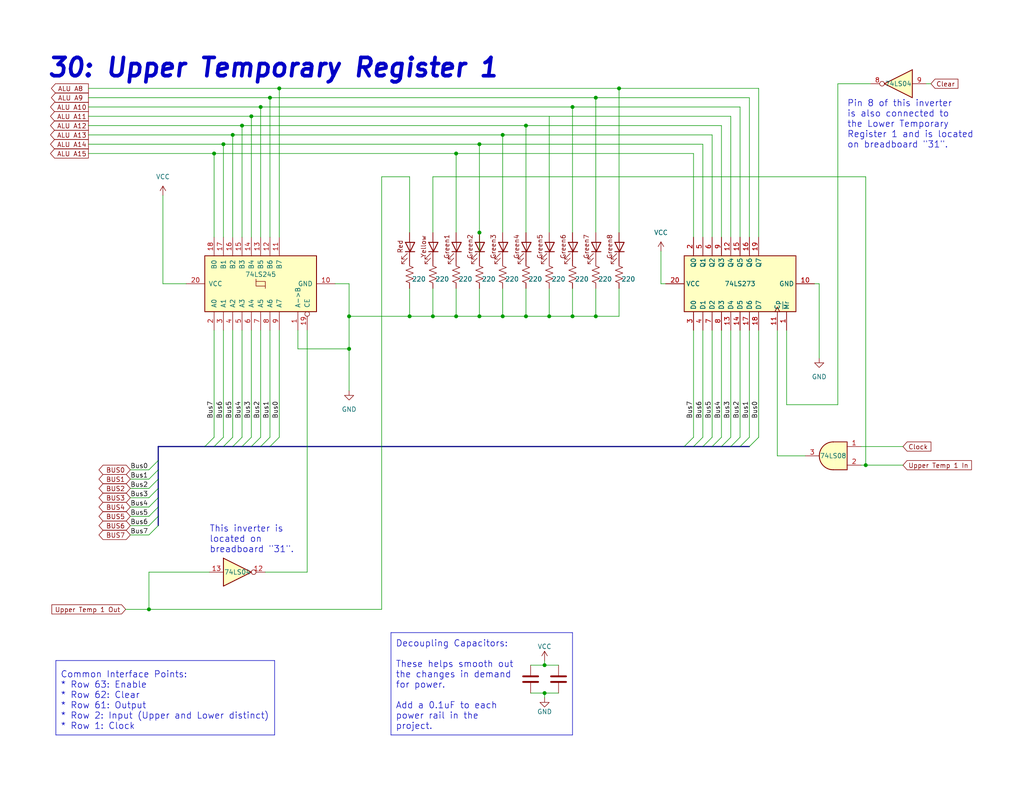
<source format=kicad_sch>
(kicad_sch (version 20211123) (generator eeschema)
  (paper "USLetter")
  (title_block (title "30: Upper Temporary Register 1") (date "2022-02-20") (rev "1.1") (comment 1 "74LS04 is located on board \"31\" and shared with this board") (comment 2 "74LS08 is located on this board and shared with borad \"31\"") (comment 3 "The board for this schematic is located in Column 3") (comment 4 "The board for this schematic is located in Row 0"))
  (lib_symbols
    (symbol "74xx:74LS04"
      (property "Reference" "U" (at 0 1.27 0))
      (property "Value" "74LS04" (at 0 -1.27 0))
      (symbol "74LS04_1_0"
        (polyline (pts (xy -3.81 3.81) (xy -3.81 -3.81) (xy 3.81 0) (xy -3.81 3.81)) (stroke (width 0.254)) (fill (type background)))
        (pin input line (at -7.62 0 0) (length 3.81) (name "~") (number "1"))
        (pin output inverted (at 7.62 0 180) (length 3.81) (name "~") (number "2"))
      )
      (symbol "74LS04_2_0"
        (polyline (pts (xy -3.81 3.81) (xy -3.81 -3.81) (xy 3.81 0) (xy -3.81 3.81)) (stroke (width 0.254)) (fill (type background)))
        (pin input line (at -7.62 0 0) (length 3.81) (name "~") (number "3"))
        (pin output inverted (at 7.62 0 180) (length 3.81) (name "~") (number "4"))
      )
      (symbol "74LS04_3_0"
        (polyline (pts (xy -3.81 3.81) (xy -3.81 -3.81) (xy 3.81 0) (xy -3.81 3.81)) (stroke (width 0.254)) (fill (type background)))
        (pin input line (at -7.62 0 0) (length 3.81) (name "~") (number "5"))
        (pin output inverted (at 7.62 0 180) (length 3.81) (name "~") (number "6"))
      )
      (symbol "74LS04_4_0"
        (polyline (pts (xy -3.81 3.81) (xy -3.81 -3.81) (xy 3.81 0) (xy -3.81 3.81)) (stroke (width 0.254)) (fill (type background)))
        (pin output inverted (at 7.62 0 180) (length 3.81) (name "~") (number "8"))
        (pin input line (at -7.62 0 0) (length 3.81) (name "~") (number "9"))
      )
      (symbol "74LS04_5_0"
        (polyline (pts (xy -3.81 3.81) (xy -3.81 -3.81) (xy 3.81 0) (xy -3.81 3.81)) (stroke (width 0.254)) (fill (type background)))
        (pin output inverted (at 7.62 0 180) (length 3.81) (name "~") (number "10"))
        (pin input line (at -7.62 0 0) (length 3.81) (name "~") (number "11"))
      )
      (symbol "74LS04_6_0"
        (polyline (pts (xy -3.81 3.81) (xy -3.81 -3.81) (xy 3.81 0) (xy -3.81 3.81)) (stroke (width 0.254)) (fill (type background)))
        (pin output inverted (at 7.62 0 180) (length 3.81) (name "~") (number "12"))
        (pin input line (at -7.62 0 0) (length 3.81) (name "~") (number "13"))
      )
      (symbol "74LS04_7_0"
        (pin power_in line (at 0 12.7 270) (length 5.08) (name "VCC") (number "14"))
        (pin power_in line (at 0 -12.7 90) (length 5.08) (name "GND") (number "7"))
      )
      (symbol "74LS04_7_1"
        (rectangle (start -5.08 7.62) (end 5.08 -7.62) (stroke (width 0.254)) (fill (type background)))
      )
    )
    (symbol "74xx:74LS08" (pin_names (offset 1.016))
      (property "Reference" "U" (at 0 1.27 0))
      (property "Value" "74LS08" (at 0 -1.27 0))
      (symbol "74LS08_1_1"
        (arc (start 0 -3.81) (mid 3.81 0) (end 0 3.81) (stroke (width 0.254)) (fill (type background)))
        (polyline (pts (xy 0 3.81) (xy -3.81 3.81) (xy -3.81 -3.81) (xy 0 -3.81)) (stroke (width 0.254)) (fill (type background)))
        (pin input line (at -7.62 2.54 0) (length 3.81) (name "~") (number "1"))
        (pin input line (at -7.62 -2.54 0) (length 3.81) (name "~") (number "2"))
        (pin output line (at 7.62 0 180) (length 3.81) (name "~") (number "3"))
      )
      (symbol "74LS08_1_2"
        (arc (start -3.81 -3.81) (mid -2.589 0) (end -3.81 3.81) (stroke (width 0.254)))
        (arc (start -0.6096 -3.81) (mid 2.1855 -2.584) (end 3.81 0) (stroke (width 0.254)) (fill (type background)))
        (polyline (pts (xy -3.81 -3.81) (xy -0.635 -3.81)) (stroke (width 0.254)) (fill (type background)))
        (polyline (pts (xy -3.81 3.81) (xy -0.635 3.81)) (stroke (width 0.254)) (fill (type background)))
        (polyline (pts (xy -0.635 3.81) (xy -3.81 3.81) (xy -3.81 3.81) (xy -3.556 3.4036) (xy -3.0226 2.2606) (xy -2.6924 1.0414) (xy -2.6162 -0.254) (xy -2.7686 -1.4986) (xy -3.175 -2.7178) (xy -3.81 -3.81) (xy -3.81 -3.81) (xy -0.635 -3.81)) (stroke (width -25.4)) (fill (type background)))
        (arc (start 3.81 0) (mid 2.1928 2.5925) (end -0.6096 3.81) (stroke (width 0.254)) (fill (type background)))
        (pin input inverted (at -7.62 2.54 0) (length 4.318) (name "~") (number "1"))
        (pin input inverted (at -7.62 -2.54 0) (length 4.318) (name "~") (number "2"))
        (pin output inverted (at 7.62 0 180) (length 3.81) (name "~") (number "3"))
      )
      (symbol "74LS08_2_1"
        (arc (start 0 -3.81) (mid 3.81 0) (end 0 3.81) (stroke (width 0.254)) (fill (type background)))
        (polyline (pts (xy 0 3.81) (xy -3.81 3.81) (xy -3.81 -3.81) (xy 0 -3.81)) (stroke (width 0.254)) (fill (type background)))
        (pin input line (at -7.62 2.54 0) (length 3.81) (name "~") (number "4"))
        (pin input line (at -7.62 -2.54 0) (length 3.81) (name "~") (number "5"))
        (pin output line (at 7.62 0 180) (length 3.81) (name "~") (number "6"))
      )
      (symbol "74LS08_2_2"
        (arc (start -3.81 -3.81) (mid -2.589 0) (end -3.81 3.81) (stroke (width 0.254)))
        (arc (start -0.6096 -3.81) (mid 2.1855 -2.584) (end 3.81 0) (stroke (width 0.254)) (fill (type background)))
        (polyline (pts (xy -3.81 -3.81) (xy -0.635 -3.81)) (stroke (width 0.254)) (fill (type background)))
        (polyline (pts (xy -3.81 3.81) (xy -0.635 3.81)) (stroke (width 0.254)) (fill (type background)))
        (polyline (pts (xy -0.635 3.81) (xy -3.81 3.81) (xy -3.81 3.81) (xy -3.556 3.4036) (xy -3.0226 2.2606) (xy -2.6924 1.0414) (xy -2.6162 -0.254) (xy -2.7686 -1.4986) (xy -3.175 -2.7178) (xy -3.81 -3.81) (xy -3.81 -3.81) (xy -0.635 -3.81)) (stroke (width -25.4)) (fill (type background)))
        (arc (start 3.81 0) (mid 2.1928 2.5925) (end -0.6096 3.81) (stroke (width 0.254)) (fill (type background)))
        (pin input inverted (at -7.62 2.54 0) (length 4.318) (name "~") (number "4"))
        (pin input inverted (at -7.62 -2.54 0) (length 4.318) (name "~") (number "5"))
        (pin output inverted (at 7.62 0 180) (length 3.81) (name "~") (number "6"))
      )
      (symbol "74LS08_3_1"
        (arc (start 0 -3.81) (mid 3.81 0) (end 0 3.81) (stroke (width 0.254)) (fill (type background)))
        (polyline (pts (xy 0 3.81) (xy -3.81 3.81) (xy -3.81 -3.81) (xy 0 -3.81)) (stroke (width 0.254)) (fill (type background)))
        (pin input line (at -7.62 -2.54 0) (length 3.81) (name "~") (number "10"))
        (pin output line (at 7.62 0 180) (length 3.81) (name "~") (number "8"))
        (pin input line (at -7.62 2.54 0) (length 3.81) (name "~") (number "9"))
      )
      (symbol "74LS08_3_2"
        (arc (start -3.81 -3.81) (mid -2.589 0) (end -3.81 3.81) (stroke (width 0.254)))
        (arc (start -0.6096 -3.81) (mid 2.1855 -2.584) (end 3.81 0) (stroke (width 0.254)) (fill (type background)))
        (polyline (pts (xy -3.81 -3.81) (xy -0.635 -3.81)) (stroke (width 0.254)) (fill (type background)))
        (polyline (pts (xy -3.81 3.81) (xy -0.635 3.81)) (stroke (width 0.254)) (fill (type background)))
        (polyline (pts (xy -0.635 3.81) (xy -3.81 3.81) (xy -3.81 3.81) (xy -3.556 3.4036) (xy -3.0226 2.2606) (xy -2.6924 1.0414) (xy -2.6162 -0.254) (xy -2.7686 -1.4986) (xy -3.175 -2.7178) (xy -3.81 -3.81) (xy -3.81 -3.81) (xy -0.635 -3.81)) (stroke (width -25.4)) (fill (type background)))
        (arc (start 3.81 0) (mid 2.1928 2.5925) (end -0.6096 3.81) (stroke (width 0.254)) (fill (type background)))
        (pin input inverted (at -7.62 -2.54 0) (length 4.318) (name "~") (number "10"))
        (pin output inverted (at 7.62 0 180) (length 3.81) (name "~") (number "8"))
        (pin input inverted (at -7.62 2.54 0) (length 4.318) (name "~") (number "9"))
      )
      (symbol "74LS08_4_1"
        (arc (start 0 -3.81) (mid 3.81 0) (end 0 3.81) (stroke (width 0.254)) (fill (type background)))
        (polyline (pts (xy 0 3.81) (xy -3.81 3.81) (xy -3.81 -3.81) (xy 0 -3.81)) (stroke (width 0.254)) (fill (type background)))
        (pin output line (at 7.62 0 180) (length 3.81) (name "~") (number "11"))
        (pin input line (at -7.62 2.54 0) (length 3.81) (name "~") (number "12"))
        (pin input line (at -7.62 -2.54 0) (length 3.81) (name "~") (number "13"))
      )
      (symbol "74LS08_4_2"
        (arc (start -3.81 -3.81) (mid -2.589 0) (end -3.81 3.81) (stroke (width 0.254)))
        (arc (start -0.6096 -3.81) (mid 2.1855 -2.584) (end 3.81 0) (stroke (width 0.254)) (fill (type background)))
        (polyline (pts (xy -3.81 -3.81) (xy -0.635 -3.81)) (stroke (width 0.254)) (fill (type background)))
        (polyline (pts (xy -3.81 3.81) (xy -0.635 3.81)) (stroke (width 0.254)) (fill (type background)))
        (polyline (pts (xy -0.635 3.81) (xy -3.81 3.81) (xy -3.81 3.81) (xy -3.556 3.4036) (xy -3.0226 2.2606) (xy -2.6924 1.0414) (xy -2.6162 -0.254) (xy -2.7686 -1.4986) (xy -3.175 -2.7178) (xy -3.81 -3.81) (xy -3.81 -3.81) (xy -0.635 -3.81)) (stroke (width -25.4)) (fill (type background)))
        (arc (start 3.81 0) (mid 2.1928 2.5925) (end -0.6096 3.81) (stroke (width 0.254)) (fill (type background)))
        (pin output inverted (at 7.62 0 180) (length 3.81) (name "~") (number "11"))
        (pin input inverted (at -7.62 2.54 0) (length 4.318) (name "~") (number "12"))
        (pin input inverted (at -7.62 -2.54 0) (length 4.318) (name "~") (number "13"))
      )
      (symbol "74LS08_5_0"
        (pin power_in line (at 0 12.7 270) (length 5.08) (name "VCC") (number "14"))
        (pin power_in line (at 0 -12.7 90) (length 5.08) (name "GND") (number "7"))
      )
      (symbol "74LS08_5_1"
        (rectangle (start -5.08 7.62) (end 5.08 -7.62) (stroke (width 0.254)) (fill (type background)))
      )
    )
    (symbol "74xx:74LS245" (pin_names (offset 1.016))
      (property "Reference" "U" (at -7.62 16.51 0))
      (property "Value" "74LS245" (at -7.62 -16.51 0))
      (symbol "74LS245_1_0"
        (polyline (pts (xy -0.635 -1.27) (xy -0.635 1.27) (xy 0.635 1.27)))
        (polyline (pts (xy -1.27 -1.27) (xy 0.635 -1.27) (xy 0.635 1.27) (xy 1.27 1.27)))
        (pin input line (at -12.7 -10.16 0) (length 5.08) (name "A->B") (number "1"))
        (pin power_in line (at 0 -20.32 90) (length 5.08) (name "GND") (number "10"))
        (pin tri_state line (at 12.7 -5.08 180) (length 5.08) (name "B7") (number "11"))
        (pin tri_state line (at 12.7 -2.54 180) (length 5.08) (name "B6") (number "12"))
        (pin tri_state line (at 12.7 0 180) (length 5.08) (name "B5") (number "13"))
        (pin tri_state line (at 12.7 2.54 180) (length 5.08) (name "B4") (number "14"))
        (pin tri_state line (at 12.7 5.08 180) (length 5.08) (name "B3") (number "15"))
        (pin tri_state line (at 12.7 7.62 180) (length 5.08) (name "B2") (number "16"))
        (pin tri_state line (at 12.7 10.16 180) (length 5.08) (name "B1") (number "17"))
        (pin tri_state line (at 12.7 12.7 180) (length 5.08) (name "B0") (number "18"))
        (pin input inverted (at -12.7 -12.7 0) (length 5.08) (name "CE") (number "19"))
        (pin tri_state line (at -12.7 12.7 0) (length 5.08) (name "A0") (number "2"))
        (pin power_in line (at 0 20.32 270) (length 5.08) (name "VCC") (number "20"))
        (pin tri_state line (at -12.7 10.16 0) (length 5.08) (name "A1") (number "3"))
        (pin tri_state line (at -12.7 7.62 0) (length 5.08) (name "A2") (number "4"))
        (pin tri_state line (at -12.7 5.08 0) (length 5.08) (name "A3") (number "5"))
        (pin tri_state line (at -12.7 2.54 0) (length 5.08) (name "A4") (number "6"))
        (pin tri_state line (at -12.7 0 0) (length 5.08) (name "A5") (number "7"))
        (pin tri_state line (at -12.7 -2.54 0) (length 5.08) (name "A6") (number "8"))
        (pin tri_state line (at -12.7 -5.08 0) (length 5.08) (name "A7") (number "9"))
      )
      (symbol "74LS245_1_1"
        (rectangle (start -7.62 15.24) (end 7.62 -15.24) (stroke (width 0.254)) (fill (type background)))
      )
    )
    (symbol "74xx:74LS273"
      (property "Reference" "U" (at -7.62 16.51 0))
      (property "Value" "74LS273" (at -7.62 -16.51 0))
      (symbol "74LS273_1_0"
        (pin input line (at -12.7 -12.7 0) (length 5.08) (name "~{Mr}") (number "1"))
        (pin power_in line (at 0 -20.32 90) (length 5.08) (name "GND") (number "10"))
        (pin input clock (at -12.7 -10.16 0) (length 5.08) (name "Cp") (number "11"))
        (pin output line (at 12.7 2.54 180) (length 5.08) (name "Q4") (number "12"))
        (pin input line (at -12.7 2.54 0) (length 5.08) (name "D4") (number "13"))
        (pin input line (at -12.7 0 0) (length 5.08) (name "D5") (number "14"))
        (pin output line (at 12.7 0 180) (length 5.08) (name "Q5") (number "15"))
        (pin output line (at 12.7 -2.54 180) (length 5.08) (name "Q6") (number "16"))
        (pin input line (at -12.7 -2.54 0) (length 5.08) (name "D6") (number "17"))
        (pin input line (at -12.7 -5.08 0) (length 5.08) (name "D7") (number "18"))
        (pin output line (at 12.7 -5.08 180) (length 5.08) (name "Q7") (number "19"))
        (pin output line (at 12.7 12.7 180) (length 5.08) (name "Q0") (number "2"))
        (pin power_in line (at 0 20.32 270) (length 5.08) (name "VCC") (number "20"))
        (pin input line (at -12.7 12.7 0) (length 5.08) (name "D0") (number "3"))
        (pin input line (at -12.7 10.16 0) (length 5.08) (name "D1") (number "4"))
        (pin output line (at 12.7 10.16 180) (length 5.08) (name "Q1") (number "5"))
        (pin output line (at 12.7 7.62 180) (length 5.08) (name "Q2") (number "6"))
        (pin input line (at -12.7 7.62 0) (length 5.08) (name "D2") (number "7"))
        (pin input line (at -12.7 5.08 0) (length 5.08) (name "D3") (number "8"))
        (pin output line (at 12.7 5.08 180) (length 5.08) (name "Q3") (number "9"))
      )
      (symbol "74LS273_1_1"
        (rectangle (start -7.62 15.24) (end 7.62 -15.24) (stroke (width 0.254)) (fill (type background)))
      )
    )
    (symbol "Device:C" (pin_numbers hide) (pin_names (offset 0.254))
      (property "Reference" "C" (at 0.635 2.54 0))
      (property "Value" "C" (at 0.635 -2.54 0))
      (symbol "C_0_1"
        (polyline (pts (xy -2.032 -0.762) (xy 2.032 -0.762)) (stroke (width 0.508)))
        (polyline (pts (xy -2.032 0.762) (xy 2.032 0.762)) (stroke (width 0.508)))
      )
      (symbol "C_1_1"
        (pin passive line (at 0 3.81 270) (length 2.794) (name "~") (number "1"))
        (pin passive line (at 0 -3.81 90) (length 2.794) (name "~") (number "2"))
      )
    )
    (symbol "Device:R_US" (pin_numbers hide) (pin_names (offset 0))
      (property "Reference" "R" (at 2.54 0 90))
      (property "Value" "R_US" (at -2.54 0 90))
      (symbol "R_US_0_1"
        (polyline (pts (xy 0 -2.286) (xy 0 -2.54)))
        (polyline (pts (xy 0 2.286) (xy 0 2.54)))
        (polyline (pts (xy 0 -0.762) (xy 1.016 -1.143) (xy 0 -1.524) (xy -1.016 -1.905) (xy 0 -2.286)))
        (polyline (pts (xy 0 0.762) (xy 1.016 0.381) (xy 0 0) (xy -1.016 -0.381) (xy 0 -0.762)))
        (polyline (pts (xy 0 2.286) (xy 1.016 1.905) (xy 0 1.524) (xy -1.016 1.143) (xy 0 0.762)))
      )
      (symbol "R_US_1_1"
        (pin passive line (at 0 3.81 270) (length 1.27) (name "~") (number "1"))
        (pin passive line (at 0 -3.81 90) (length 1.27) (name "~") (number "2"))
      )
    )
    (symbol "SB1R1Y8G:SB1R1Y8G_LED"
      (symbol "SB1R1Y8G_LED_0_0"
        (text "" (at 0.635 0 900) (effects (font (size 1.27 1.27))))
        (text "" (at 1.27 -15.24 0) (effects (font (size 1.27 1.27))))
      )
      (symbol "SB1R1Y8G_LED_0_1"
        (polyline (pts (xy -1.397 -0.127) (xy 1.143 -0.127)))
        (polyline (pts (xy -1.397 1.143) (xy -1.397 -1.397)) (stroke (width 0.254)))
        (polyline (pts (xy 1.143 1.143) (xy 1.143 -1.397) (xy -1.397 -0.127) (xy 1.143 1.143)) (stroke (width 0.254)))
        (polyline (pts (xy -3.175 0.635) (xy -4.699 2.159) (xy -3.937 2.159) (xy -4.699 2.159) (xy -4.699 1.397)))
        (polyline (pts (xy -1.905 0.635) (xy -3.429 2.159) (xy -2.667 2.159) (xy -3.429 2.159) (xy -3.429 1.397)))
      )
      (symbol "SB1R1Y8G_LED_1_0"
        (text "Red" (at 0 2.54 0) (effects (font (size 1.27 1.27))))
      )
      (symbol "SB1R1Y8G_LED_1_1"
        (pin passive line (at -3.81 0 0) (length 2.54) (name "") (number "1"))
        (pin passive line (at 3.81 0 180) (length 2.54) (name "") (number "11"))
      )
      (symbol "SB1R1Y8G_LED_2_0"
        (text "Yellow" (at 0 2.54 0) (effects (font (size 1.27 1.27))))
      )
      (symbol "SB1R1Y8G_LED_2_1"
        (pin passive line (at 3.81 0 180) (length 2.54) (name "") (number "12"))
        (pin passive line (at -3.81 0 0) (length 2.54) (name "") (number "2"))
      )
      (symbol "SB1R1Y8G_LED_3_0"
        (text "Green1" (at 0 2.54 0) (effects (font (size 1.27 1.27))))
      )
      (symbol "SB1R1Y8G_LED_3_1"
        (pin passive line (at 3.81 0 180) (length 2.54) (name "") (number "13"))
        (pin passive line (at -3.81 0 0) (length 2.54) (name "") (number "3"))
      )
      (symbol "SB1R1Y8G_LED_4_0"
        (text "Green2" (at 0 2.54 0) (effects (font (size 1.27 1.27))))
      )
      (symbol "SB1R1Y8G_LED_4_1"
        (pin passive line (at 3.81 0 180) (length 2.54) (name "") (number "14"))
        (pin passive line (at -3.81 0 0) (length 2.54) (name "") (number "4"))
      )
      (symbol "SB1R1Y8G_LED_5_0"
        (text "Green3" (at 0 2.54 0) (effects (font (size 1.27 1.27))))
      )
      (symbol "SB1R1Y8G_LED_5_1"
        (pin passive line (at 3.81 0 180) (length 2.54) (name "") (number "15"))
        (pin passive line (at -3.81 0 0) (length 2.54) (name "") (number "5"))
      )
      (symbol "SB1R1Y8G_LED_6_0"
        (text "Green4" (at 0 2.54 0) (effects (font (size 1.27 1.27))))
      )
      (symbol "SB1R1Y8G_LED_6_1"
        (pin passive line (at 3.81 0 180) (length 2.54) (name "") (number "16"))
        (pin passive line (at -3.81 0 0) (length 2.54) (name "") (number "6"))
      )
      (symbol "SB1R1Y8G_LED_7_0"
        (text "Green5" (at 0 2.54 0) (effects (font (size 1.27 1.27))))
      )
      (symbol "SB1R1Y8G_LED_7_1"
        (pin passive line (at 3.81 0 180) (length 2.54) (name "") (number "17"))
        (pin passive line (at -3.81 0 0) (length 2.54) (name "") (number "7"))
      )
      (symbol "SB1R1Y8G_LED_8_0"
        (text "Green6" (at 0 2.54 0) (effects (font (size 1.27 1.27))))
      )
      (symbol "SB1R1Y8G_LED_8_1"
        (pin passive line (at 3.81 0 180) (length 2.54) (name "") (number "18"))
        (pin passive line (at -3.81 0 0) (length 2.54) (name "") (number "8"))
      )
      (symbol "SB1R1Y8G_LED_9_0"
        (text "Green7" (at 0 2.54 0) (effects (font (size 1.27 1.27))))
      )
      (symbol "SB1R1Y8G_LED_9_1"
        (pin passive line (at 3.81 0 180) (length 2.54) (name "") (number "19"))
        (pin passive line (at -3.81 0 0) (length 2.54) (name "") (number "9"))
      )
      (symbol "SB1R1Y8G_LED_10_0"
        (text "Green8" (at 0 2.54 0) (effects (font (size 1.27 1.27))))
      )
      (symbol "SB1R1Y8G_LED_10_1"
        (pin passive line (at 3.81 0 180) (length 2.54) (name "") (number "10"))
        (pin passive line (at -3.81 0 0) (length 2.54) (name "") (number "20"))
      )
    )
    (symbol "power:GND" (power) (pin_names (offset 0))
      (property "Value" "GND" (at 0 -3.81 0))
      (symbol "GND_0_1"
        (polyline (pts (xy 0 0) (xy 0 -1.27) (xy 1.27 -1.27) (xy 0 -2.54) (xy -1.27 -1.27) (xy 0 -1.27)))
      )
      (symbol "GND_1_1"
        (pin power_in line (at 0 0 270) (length 0) hide (name "GND") (number "1"))
      )
    )
    (symbol "power:VCC" (power) (pin_names (offset 0))
      (property "Value" "VCC" (at 0 3.81 0))
      (symbol "VCC_0_1"
        (polyline (pts (xy -0.762 1.27) (xy 0 2.54)))
        (polyline (pts (xy 0 0) (xy 0 2.54)))
        (polyline (pts (xy 0 2.54) (xy 0.762 1.27)))
      )
      (symbol "VCC_1_1"
        (pin power_in line (at 0 0 90) (length 0) hide (name "VCC") (number "1"))
      )
    )
  )
  (junction (at 148.59 189.23))
  (junction (at 124.46 41.91))
  (junction (at 63.5 36.83))
  (junction (at 156.21 86.36))
  (junction (at 156.21 29.21))
  (junction (at 60.96 39.37))
  (junction (at 73.66 26.67))
  (junction (at 76.2 24.13))
  (junction (at 148.59 181.61))
  (junction (at 137.16 36.83))
  (junction (at 40.64 166.37))
  (junction (at 162.56 26.67))
  (junction (at 236.22 127))
  (junction (at 130.81 63.5))
  (junction (at 130.81 86.36))
  (junction (at 111.76 86.36))
  (junction (at 68.58 31.75))
  (junction (at 143.51 86.36))
  (junction (at 95.25 95.25))
  (junction (at 130.81 39.37))
  (junction (at 137.16 86.36))
  (junction (at 124.46 86.36))
  (junction (at 143.51 34.29))
  (junction (at 71.12 29.21))
  (junction (at 95.25 86.36))
  (junction (at 58.42 41.91))
  (junction (at 66.04 34.29))
  (junction (at 118.11 86.36))
  (junction (at 149.86 86.36))
  (junction (at 168.91 24.13))
  (junction (at 162.56 86.36))
  (bus_entry (at 63.5 119.38) (size -2.54 2.54))
  (bus_entry (at 73.66 119.38) (size -2.54 2.54))
  (bus_entry (at 68.58 119.38) (size -2.54 2.54))
  (bus_entry (at 71.12 119.38) (size -2.54 2.54))
  (bus_entry (at 66.04 119.38) (size -2.54 2.54))
  (bus_entry (at 60.96 119.38) (size -2.54 2.54))
  (bus_entry (at 58.42 119.38) (size -2.54 2.54))
  (bus_entry (at 76.2 119.38) (size -2.54 2.54))
  (bus_entry (at 40.64 143.51) (size 2.54 -2.54))
  (bus_entry (at 40.64 140.97) (size 2.54 -2.54))
  (bus_entry (at 40.64 133.35) (size 2.54 -2.54))
  (bus_entry (at 189.23 119.38) (size -2.54 2.54))
  (bus_entry (at 199.39 119.38) (size -2.54 2.54))
  (bus_entry (at 40.64 146.05) (size 2.54 -2.54))
  (bus_entry (at 194.31 119.38) (size -2.54 2.54))
  (bus_entry (at 40.64 128.27) (size 2.54 -2.54))
  (bus_entry (at 40.64 138.43) (size 2.54 -2.54))
  (bus_entry (at 201.93 119.38) (size -2.54 2.54))
  (bus_entry (at 40.64 130.81) (size 2.54 -2.54))
  (bus_entry (at 207.01 119.38) (size -2.54 2.54))
  (bus_entry (at 40.64 135.89) (size 2.54 -2.54))
  (bus_entry (at 191.77 119.38) (size -2.54 2.54))
  (bus_entry (at 204.47 119.38) (size -2.54 2.54))
  (bus_entry (at 196.85 119.38) (size -2.54 2.54))
  (wire (pts (xy 130.81 86.36) (xy 124.46 86.36)))
  (bus (pts (xy 186.69 121.92) (xy 189.23 121.92)))
  (wire (pts (xy 35.56 140.97) (xy 40.64 140.97)))
  (wire (pts (xy 199.39 90.17) (xy 199.39 119.38)))
  (bus (pts (xy 43.18 121.92) (xy 43.18 125.73)))
  (wire (pts (xy 66.04 34.29) (xy 66.04 64.77)))
  (wire (pts (xy 24.13 39.37) (xy 60.96 39.37)))
  (wire (pts (xy 60.96 39.37) (xy 60.96 64.77)))
  (wire (pts (xy 137.16 36.83) (xy 63.5 36.83)))
  (wire (pts (xy 66.04 90.17) (xy 66.04 119.38)))
  (bus (pts (xy 194.31 121.92) (xy 196.85 121.92)))
  (wire (pts (xy 40.64 156.21) (xy 40.64 166.37)))
  (wire (pts (xy 207.01 24.13) (xy 168.91 24.13)))
  (wire (pts (xy 95.25 95.25) (xy 95.25 106.68)))
  (wire (pts (xy 168.91 86.36) (xy 162.56 86.36)))
  (wire (pts (xy 201.93 64.77) (xy 201.93 29.21)))
  (wire (pts (xy 168.91 24.13) (xy 76.2 24.13)))
  (bus (pts (xy 63.5 121.92) (xy 66.04 121.92)))
  (wire (pts (xy 236.22 127) (xy 246.38 127)))
  (wire (pts (xy 63.5 90.17) (xy 63.5 119.38)))
  (wire (pts (xy 143.51 34.29) (xy 66.04 34.29)))
  (wire (pts (xy 149.86 78.74) (xy 149.86 86.36)))
  (wire (pts (xy 35.56 130.81) (xy 40.64 130.81)))
  (wire (pts (xy 148.59 181.61) (xy 152.4 181.61)))
  (wire (pts (xy 214.63 110.49) (xy 214.63 90.17)))
  (wire (pts (xy 180.34 68.58) (xy 180.34 77.47)))
  (wire (pts (xy 73.66 90.17) (xy 73.66 119.38)))
  (wire (pts (xy 207.01 90.17) (xy 207.01 119.38)))
  (polyline (pts (xy 15.24 180.34) (xy 15.24 200.66)) (stroke (width 0) (type solid)))
  (wire (pts (xy 196.85 64.77) (xy 196.85 34.29)))
  (wire (pts (xy 234.95 121.92) (xy 246.38 121.92)))
  (wire (pts (xy 168.91 78.74) (xy 168.91 86.36)))
  (wire (pts (xy 223.52 77.47) (xy 223.52 97.79)))
  (wire (pts (xy 222.25 77.47) (xy 223.52 77.47)))
  (bus (pts (xy 73.66 121.92) (xy 186.69 121.92)))
  (bus (pts (xy 58.42 121.92) (xy 60.96 121.92)))
  (wire (pts (xy 130.81 78.74) (xy 130.81 86.36)))
  (wire (pts (xy 137.16 36.83) (xy 137.16 63.5)))
  (wire (pts (xy 191.77 39.37) (xy 130.81 39.37)))
  (wire (pts (xy 194.31 64.77) (xy 194.31 36.83)))
  (wire (pts (xy 44.45 53.34) (xy 44.45 77.47)))
  (wire (pts (xy 156.21 29.21) (xy 71.12 29.21)))
  (wire (pts (xy 194.31 90.17) (xy 194.31 119.38)))
  (wire (pts (xy 81.28 95.25) (xy 95.25 95.25)))
  (wire (pts (xy 35.56 138.43) (xy 40.64 138.43)))
  (wire (pts (xy 189.23 41.91) (xy 124.46 41.91)))
  (bus (pts (xy 60.96 121.92) (xy 63.5 121.92)))
  (wire (pts (xy 148.59 189.23) (xy 152.4 189.23)))
  (wire (pts (xy 91.44 77.47) (xy 95.25 77.47)))
  (wire (pts (xy 156.21 86.36) (xy 149.86 86.36)))
  (wire (pts (xy 111.76 78.74) (xy 111.76 86.36)))
  (wire (pts (xy 68.58 31.75) (xy 68.58 64.77)))
  (bus (pts (xy 55.88 121.92) (xy 58.42 121.92)))
  (wire (pts (xy 58.42 41.91) (xy 58.42 64.77)))
  (polyline (pts (xy 106.68 172.72) (xy 156.21 172.72)) (stroke (width 0) (type solid)))
  (wire (pts (xy 143.51 78.74) (xy 143.51 86.36)))
  (bus (pts (xy 71.12 121.92) (xy 73.66 121.92)))
  (wire (pts (xy 35.56 135.89) (xy 40.64 135.89)))
  (wire (pts (xy 234.95 127) (xy 236.22 127)))
  (wire (pts (xy 124.46 78.74) (xy 124.46 86.36)))
  (wire (pts (xy 201.93 90.17) (xy 201.93 119.38)))
  (bus (pts (xy 43.18 130.81) (xy 43.18 133.35)))
  (wire (pts (xy 156.21 78.74) (xy 156.21 86.36)))
  (wire (pts (xy 104.14 48.26) (xy 104.14 166.37)))
  (wire (pts (xy 137.16 86.36) (xy 130.81 86.36)))
  (wire (pts (xy 118.11 86.36) (xy 111.76 86.36)))
  (wire (pts (xy 148.59 189.23) (xy 148.59 190.5)))
  (wire (pts (xy 111.76 48.26) (xy 111.76 63.5)))
  (wire (pts (xy 83.82 90.17) (xy 83.82 156.21)))
  (wire (pts (xy 162.56 78.74) (xy 162.56 86.36)))
  (wire (pts (xy 201.93 29.21) (xy 156.21 29.21)))
  (polyline (pts (xy 15.24 180.34) (xy 74.93 180.34)) (stroke (width 0) (type solid)))
  (wire (pts (xy 71.12 90.17) (xy 71.12 119.38)))
  (wire (pts (xy 130.81 39.37) (xy 130.81 63.5)))
  (wire (pts (xy 148.59 180.34) (xy 148.59 181.61)))
  (wire (pts (xy 228.6 22.86) (xy 228.6 110.49)))
  (wire (pts (xy 143.51 86.36) (xy 137.16 86.36)))
  (wire (pts (xy 104.14 166.37) (xy 40.64 166.37)))
  (wire (pts (xy 60.96 90.17) (xy 60.96 119.38)))
  (bus (pts (xy 68.58 121.92) (xy 71.12 121.92)))
  (wire (pts (xy 130.81 63.5) (xy 130.81 69.85)))
  (wire (pts (xy 104.14 48.26) (xy 111.76 48.26)))
  (wire (pts (xy 156.21 29.21) (xy 156.21 63.5)))
  (wire (pts (xy 35.56 128.27) (xy 40.64 128.27)))
  (bus (pts (xy 66.04 121.92) (xy 68.58 121.92)))
  (wire (pts (xy 24.13 34.29) (xy 66.04 34.29)))
  (bus (pts (xy 55.88 121.92) (xy 43.18 121.92)))
  (wire (pts (xy 162.56 86.36) (xy 156.21 86.36)))
  (wire (pts (xy 168.91 24.13) (xy 168.91 63.5)))
  (wire (pts (xy 76.2 90.17) (xy 76.2 119.38)))
  (wire (pts (xy 162.56 26.67) (xy 73.66 26.67)))
  (wire (pts (xy 180.34 77.47) (xy 181.61 77.47)))
  (wire (pts (xy 71.12 29.21) (xy 71.12 64.77)))
  (polyline (pts (xy 74.93 200.66) (xy 15.24 200.66)) (stroke (width 0) (type solid)))
  (wire (pts (xy 196.85 34.29) (xy 143.51 34.29)))
  (wire (pts (xy 130.81 39.37) (xy 60.96 39.37)))
  (wire (pts (xy 35.56 143.51) (xy 40.64 143.51)))
  (wire (pts (xy 212.09 124.46) (xy 212.09 90.17)))
  (bus (pts (xy 43.18 133.35) (xy 43.18 135.89)))
  (wire (pts (xy 24.13 41.91) (xy 58.42 41.91)))
  (wire (pts (xy 219.71 124.46) (xy 212.09 124.46)))
  (bus (pts (xy 189.23 121.92) (xy 191.77 121.92)))
  (wire (pts (xy 144.78 189.23) (xy 148.59 189.23)))
  (wire (pts (xy 191.77 90.17) (xy 191.77 119.38)))
  (wire (pts (xy 34.29 166.37) (xy 40.64 166.37)))
  (wire (pts (xy 24.13 36.83) (xy 63.5 36.83)))
  (wire (pts (xy 68.58 31.75) (xy 199.39 31.75)))
  (wire (pts (xy 68.58 90.17) (xy 68.58 119.38)))
  (wire (pts (xy 118.11 48.26) (xy 236.22 48.26)))
  (wire (pts (xy 162.56 26.67) (xy 162.56 63.5)))
  (wire (pts (xy 24.13 24.13) (xy 76.2 24.13)))
  (wire (pts (xy 40.64 156.21) (xy 57.15 156.21)))
  (polyline (pts (xy 156.21 172.72) (xy 156.21 200.66)) (stroke (width 0) (type solid)))
  (wire (pts (xy 189.23 90.17) (xy 189.23 119.38)))
  (bus (pts (xy 201.93 121.92) (xy 204.47 121.92)))
  (wire (pts (xy 189.23 64.77) (xy 189.23 41.91)))
  (bus (pts (xy 43.18 128.27) (xy 43.18 130.81)))
  (bus (pts (xy 199.39 121.92) (xy 201.93 121.92)))
  (wire (pts (xy 44.45 77.47) (xy 50.8 77.47)))
  (bus (pts (xy 43.18 140.97) (xy 43.18 143.51)))
  (wire (pts (xy 149.86 86.36) (xy 143.51 86.36)))
  (wire (pts (xy 191.77 64.77) (xy 191.77 39.37)))
  (wire (pts (xy 24.13 29.21) (xy 71.12 29.21)))
  (wire (pts (xy 228.6 22.86) (xy 237.49 22.86)))
  (wire (pts (xy 137.16 78.74) (xy 137.16 86.36)))
  (wire (pts (xy 83.82 156.21) (xy 72.39 156.21)))
  (wire (pts (xy 63.5 36.83) (xy 63.5 64.77)))
  (wire (pts (xy 204.47 90.17) (xy 204.47 119.38)))
  (polyline (pts (xy 106.68 172.72) (xy 106.68 200.66)) (stroke (width 0) (type solid)))
  (wire (pts (xy 81.28 90.17) (xy 81.28 95.25)))
  (wire (pts (xy 199.39 64.77) (xy 199.39 31.75)))
  (wire (pts (xy 143.51 34.29) (xy 143.51 63.5)))
  (wire (pts (xy 124.46 86.36) (xy 118.11 86.36)))
  (wire (pts (xy 35.56 133.35) (xy 40.64 133.35)))
  (wire (pts (xy 35.56 146.05) (xy 40.64 146.05)))
  (wire (pts (xy 124.46 41.91) (xy 58.42 41.91)))
  (wire (pts (xy 252.73 22.86) (xy 254 22.86)))
  (wire (pts (xy 73.66 26.67) (xy 73.66 64.77)))
  (wire (pts (xy 194.31 36.83) (xy 137.16 36.83)))
  (bus (pts (xy 191.77 121.92) (xy 194.31 121.92)))
  (wire (pts (xy 149.86 31.75) (xy 149.86 63.5)))
  (bus (pts (xy 43.18 135.89) (xy 43.18 138.43)))
  (polyline (pts (xy 156.21 200.66) (xy 106.68 200.66)) (stroke (width 0) (type solid)))
  (wire (pts (xy 144.78 181.61) (xy 148.59 181.61)))
  (wire (pts (xy 111.76 86.36) (xy 95.25 86.36)))
  (wire (pts (xy 236.22 48.26) (xy 236.22 127)))
  (wire (pts (xy 204.47 64.77) (xy 204.47 26.67)))
  (wire (pts (xy 95.25 86.36) (xy 95.25 95.25)))
  (wire (pts (xy 95.25 77.47) (xy 95.25 86.36)))
  (wire (pts (xy 76.2 24.13) (xy 76.2 64.77)))
  (bus (pts (xy 43.18 138.43) (xy 43.18 140.97)))
  (wire (pts (xy 24.13 26.67) (xy 73.66 26.67)))
  (bus (pts (xy 196.85 121.92) (xy 199.39 121.92)))
  (wire (pts (xy 204.47 26.67) (xy 162.56 26.67)))
  (wire (pts (xy 207.01 64.77) (xy 207.01 24.13)))
  (wire (pts (xy 228.6 110.49) (xy 214.63 110.49)))
  (wire (pts (xy 58.42 90.17) (xy 58.42 119.38)))
  (polyline (pts (xy 74.93 180.34) (xy 74.93 200.66)) (stroke (width 0) (type solid)))
  (bus (pts (xy 43.18 125.73) (xy 43.18 128.27)))
  (wire (pts (xy 124.46 41.91) (xy 124.46 63.5)))
  (wire (pts (xy 118.11 63.5) (xy 118.11 48.26)))
  (wire (pts (xy 196.85 90.17) (xy 196.85 119.38)))
  (wire (pts (xy 118.11 78.74) (xy 118.11 86.36)))
  (wire (pts (xy 24.13 31.75) (xy 68.58 31.75)))
  (text "This inverter is \nlocated on \nbreadboard \"31\"." (at 57.15 151.13 0) (effects (font (size 1.75 1.75)) (justify left bottom)))
  (text " 30: Upper Temporary Register 1" (at 8.89 21.59 0) (effects (font (size 5 5) (thickness 1) bold italic) (justify left bottom)))
  (text "Common Interface Points:\n* Row 63: Enable\n* Row 62: Clear\n* Row 61: Output\n* Row 2: Input (Upper and Lower distinct)\n* Row 1: Clock" (at 16.51 199.39 0) (effects (font (size 1.75 1.75)) (justify left bottom)))
  (text "Pin 8 of this inverter \nis also connected to \nthe Lower Temporary \nRegister 1 and is located \non breadboard \"31\"." (at 231.14 40.64 0) (effects (font (size 1.75 1.75)) (justify left bottom)))
  (text "Decoupling Capacitors:\n\nThese helps smooth out \nthe changes in demand \nfor power.\n\nAdd a 0.1uF to each \npower rail in the \nproject." (at 107.95 199.39 0) (effects (font (size 1.75 1.75)) (justify left bottom)))
  (label "Bus0" (at 35.56 128.27 0))
  (label "Bus5" (at 194.31 114.3 90))
  (label "Bus2" (at 71.12 114.3 90))
  (label "Bus7" (at 58.42 114.3 90))
  (label "Bus0" (at 207.01 114.3 90))
  (label "Bus6" (at 191.77 114.3 90))
  (label "Bus6" (at 60.96 114.3 90))
  (label "Bus6" (at 35.56 143.51 0))
  (label "Bus4" (at 196.85 114.3 90))
  (label "Bus3" (at 199.39 114.3 90))
  (label "Bus1" (at 73.66 114.3 90))
  (label "Bus2" (at 35.56 133.35 0))
  (label "Bus3" (at 68.58 114.3 90))
  (label "Bus3" (at 35.56 135.89 0))
  (label "Bus4" (at 35.56 138.43 0))
  (label "Bus1" (at 204.47 114.3 90))
  (label "Bus2" (at 201.93 114.3 90))
  (label "Bus4" (at 66.04 114.3 90))
  (label "Bus7" (at 35.56 146.05 0))
  (label "Bus0" (at 76.2 114.3 90))
  (label "Bus7" (at 189.23 114.3 90))
  (label "Bus5" (at 63.5 114.3 90))
  (label "Bus5" (at 35.56 140.97 0))
  (label "Bus1" (at 35.56 130.81 0))
  (global_label "ALU A15" (shape output) (at 24.13 41.91 180) (property "Intersheet References" "${INTERSHEET_REFS}" (effects hide)))
  (global_label "Clear" (shape input) (at 254 22.86 0) (property "Intersheet References" "${INTERSHEET_REFS}" (effects hide)))
  (global_label "ALU A12" (shape output) (at 24.13 34.29 180) (property "Intersheet References" "${INTERSHEET_REFS}" (effects hide)))
  (global_label "ALU A13" (shape output) (at 24.13 36.83 180) (property "Intersheet References" "${INTERSHEET_REFS}" (effects hide)))
  (global_label "BUS2" (shape bidirectional) (at 35.56 133.35 180) (property "Intersheet References" "${INTERSHEET_REFS}" (effects hide)))
  (global_label "Upper Temp 1 Out" (shape input) (at 34.29 166.37 180) (property "Intersheet References" "${INTERSHEET_REFS}" (effects hide)))
  (global_label "ALU A9 " (shape output) (at 24.13 26.67 180) (property "Intersheet References" "${INTERSHEET_REFS}" (effects hide)))
  (global_label "ALU A11" (shape output) (at 24.13 31.75 180) (property "Intersheet References" "${INTERSHEET_REFS}" (effects hide)))
  (global_label "Clock" (shape input) (at 246.38 121.92 0) (property "Intersheet References" "${INTERSHEET_REFS}" (effects hide)))
  (global_label "BUS6" (shape bidirectional) (at 35.56 143.51 180) (property "Intersheet References" "${INTERSHEET_REFS}" (effects hide)))
  (global_label "BUS5" (shape bidirectional) (at 35.56 140.97 180) (property "Intersheet References" "${INTERSHEET_REFS}" (effects hide)))
  (global_label "BUS3" (shape bidirectional) (at 35.56 135.89 180) (property "Intersheet References" "${INTERSHEET_REFS}" (effects hide)))
  (global_label "ALU A8 " (shape output) (at 24.13 24.13 180) (property "Intersheet References" "${INTERSHEET_REFS}" (effects hide)))
  (global_label "Upper Temp 1 In" (shape input) (at 246.38 127 0) (property "Intersheet References" "${INTERSHEET_REFS}" (effects hide)))
  (global_label "ALU A14" (shape output) (at 24.13 39.37 180) (property "Intersheet References" "${INTERSHEET_REFS}" (effects hide)))
  (global_label "BUS7" (shape bidirectional) (at 35.56 146.05 180) (property "Intersheet References" "${INTERSHEET_REFS}" (effects hide)))
  (global_label "BUS1" (shape bidirectional) (at 35.56 130.81 180) (property "Intersheet References" "${INTERSHEET_REFS}" (effects hide)))
  (global_label "ALU A10" (shape output) (at 24.13 29.21 180) (property "Intersheet References" "${INTERSHEET_REFS}" (effects hide)))
  (global_label "BUS0" (shape bidirectional) (at 35.56 128.27 180) (property "Intersheet References" "${INTERSHEET_REFS}" (effects hide)))
  (global_label "BUS4" (shape bidirectional) (at 35.56 138.43 180) (property "Intersheet References" "${INTERSHEET_REFS}" (effects hide)))
  (symbol (lib_id "SB1R1Y8G:SB1R1Y8G_LED") (at 149.86 67.31 90) (unit 7)
    (property "Reference" "U?" (effects hide))
    (property "Value" "SB1R1Y8G_LED" (effects hide))
  )
  (symbol (lib_id "power:VCC") (at 44.45 53.34 0) (unit 1)
    (property "Reference" "#PWR?" (effects hide))
    (property "Value" "VCC" (at 44.45 48.26 0))
  )
  (symbol (lib_id "Device:R_US") (at 149.86 74.93 0) (unit 1)
    (property "Reference" "R?" (effects hide))
    (property "Value" "220" (at 152.4 76.1999 0))
  )
  (symbol (lib_id "Device:R_US") (at 118.11 74.93 0) (unit 1)
    (property "Reference" "R?" (effects hide))
    (property "Value" "220" (at 120.65 76.1999 0))
  )
  (symbol (lib_id "Device:C") (at 144.78 185.42 0) (unit 1)
    (property "Reference" "C?" (effects hide))
    (property "Value" "0.1uF" (effects hide))
  )
  (symbol (lib_id "Device:R_US") (at 137.16 74.93 0) (unit 1)
    (property "Reference" "R?" (effects hide))
    (property "Value" "220" (at 139.7 76.1999 0))
  )
  (symbol (lib_id "Device:R_US") (at 162.56 74.93 0) (unit 1)
    (property "Reference" "R?" (effects hide))
    (property "Value" "220" (at 165.1 76.1999 0))
  )
  (symbol (lib_id "SB1R1Y8G:SB1R1Y8G_LED") (at 143.51 67.31 90) (unit 6)
    (property "Reference" "U?" (effects hide))
    (property "Value" "SB1R1Y8G_LED" (effects hide))
  )
  (symbol (lib_id "74xx:74LS245") (at 71.12 77.47 90) (unit 1)
    (property "Reference" "U?" (effects hide))
    (property "Value" "74LS245" (at 71.12 74.93 90))
    (property "Datasheet" "http://www.ti.com/lit/gpn/sn74LS245" (effects hide))
  )
  (symbol (lib_id "SB1R1Y8G:SB1R1Y8G_LED") (at 118.11 67.31 90) (unit 2)
    (property "Reference" "U?" (effects hide))
    (property "Value" "SB1R1Y8G_LED" (effects hide))
  )
  (symbol (lib_id "power:VCC") (at 148.59 180.34 0) (unit 1)
    (property "Reference" "#PWR?" (effects hide))
    (property "Value" "VCC" (at 148.59 176.53 0))
  )
  (symbol (lib_id "SB1R1Y8G:SB1R1Y8G_LED") (at 124.46 67.31 90) (unit 3)
    (property "Reference" "U?" (effects hide))
    (property "Value" "SB1R1Y8G_LED" (effects hide))
  )
  (symbol (lib_id "Device:R_US") (at 124.46 74.93 0) (unit 1)
    (property "Reference" "R?" (effects hide))
    (property "Value" "220" (at 127 76.1999 0))
  )
  (symbol (lib_id "power:VCC") (at 180.34 68.58 0) (unit 1)
    (property "Reference" "#PWR?" (effects hide))
    (property "Value" "VCC" (at 180.34 63.5 0))
  )
  (symbol (lib_id "74xx:74LS04") (at 64.77 156.21 0) (unit 6)
    (property "Reference" "U?" (effects hide))
    (property "Value" "74LS04" (at 64.77 156.21 0))
    (property "Datasheet" "http://www.ti.com/lit/gpn/sn74LS04" (effects hide))
  )
  (symbol (lib_id "Device:R_US") (at 156.21 74.93 0) (unit 1)
    (property "Reference" "R?" (effects hide))
    (property "Value" "220" (at 158.75 76.1999 0))
  )
  (symbol (lib_id "SB1R1Y8G:SB1R1Y8G_LED") (at 168.91 67.31 90) (unit 10)
    (property "Reference" "U?" (effects hide))
    (property "Value" "SB1R1Y8G_LED" (effects hide))
  )
  (symbol (lib_id "Device:R_US") (at 143.51 74.93 0) (unit 1)
    (property "Reference" "R?" (effects hide))
    (property "Value" "220" (at 146.05 76.1999 0))
  )
  (symbol (lib_id "power:GND") (at 223.52 97.79 0) (unit 1)
    (property "Reference" "#PWR?" (effects hide))
    (property "Value" "GND" (at 223.52 102.87 0))
  )
  (symbol (lib_id "Device:R_US") (at 168.91 74.93 0) (unit 1)
    (property "Reference" "R?" (effects hide))
    (property "Value" "220" (at 171.45 76.2 0))
  )
  (symbol (lib_id "SB1R1Y8G:SB1R1Y8G_LED") (at 162.56 67.31 90) (unit 9)
    (property "Reference" "U?" (effects hide))
    (property "Value" "SB1R1Y8G_LED" (effects hide))
  )
  (symbol (lib_id "power:GND") (at 148.59 190.5 0) (unit 1)
    (property "Reference" "#PWR?" (effects hide))
    (property "Value" "GND" (at 148.59 194.31 0))
  )
  (symbol (lib_id "74xx:74LS04") (at 245.11 22.86 0) (mirror y) (unit 4)
    (property "Reference" "U?" (effects hide))
    (property "Value" "74LS04" (at 245.11 22.86 0))
    (property "Datasheet" "http://www.ti.com/lit/gpn/sn74LS04" (effects hide))
  )
  (symbol (lib_id "74xx:74LS273") (at 201.93 77.47 90) (unit 1)
    (property "Reference" "U?" (effects hide))
    (property "Value" "74LS273" (at 201.93 77.47 90))
    (property "Datasheet" "http://www.ti.com/lit/gpn/sn74LS273" (effects hide))
  )
  (symbol (lib_id "SB1R1Y8G:SB1R1Y8G_LED") (at 130.81 67.31 90) (unit 4)
    (property "Reference" "U?" (effects hide))
    (property "Value" "SB1R1Y8G_LED" (effects hide))
  )
  (symbol (lib_id "74xx:74LS08") (at 227.33 124.46 0) (mirror y) (unit 1)
    (property "Reference" "U?" (effects hide))
    (property "Value" "74LS08" (at 227.33 124.46 0))
    (property "Datasheet" "http://www.ti.com/lit/gpn/sn74LS08" (effects hide))
  )
  (symbol (lib_id "power:GND") (at 95.25 106.68 0) (unit 1)
    (property "Reference" "#PWR?" (effects hide))
    (property "Value" "GND" (at 95.25 111.76 0))
  )
  (symbol (lib_id "Device:R_US") (at 130.81 74.93 0) (unit 1)
    (property "Reference" "R?" (effects hide))
    (property "Value" "220" (at 133.35 76.1999 0))
  )
  (symbol (lib_id "SB1R1Y8G:SB1R1Y8G_LED") (at 111.76 67.31 90) (unit 1)
    (property "Reference" "U?" (effects hide))
    (property "Value" "SB1R1Y8G_LED" (effects hide))
  )
  (symbol (lib_id "SB1R1Y8G:SB1R1Y8G_LED") (at 137.16 67.31 90) (unit 5)
    (property "Reference" "U?" (effects hide))
    (property "Value" "SB1R1Y8G_LED" (effects hide))
  )
  (symbol (lib_id "SB1R1Y8G:SB1R1Y8G_LED") (at 156.21 67.31 90) (unit 8)
    (property "Reference" "U?" (effects hide))
    (property "Value" "SB1R1Y8G_LED" (effects hide))
  )
  (symbol (lib_id "Device:C") (at 152.4 185.42 0) (unit 1)
    (property "Reference" "C?" (effects hide))
    (property "Value" "0.1uF" (effects hide))
  )
  (symbol (lib_id "Device:R_US") (at 111.76 74.93 0) (unit 1)
    (property "Reference" "R?" (effects hide))
    (property "Value" "220" (at 114.3 76.1999 0))
  )
)
</source>
